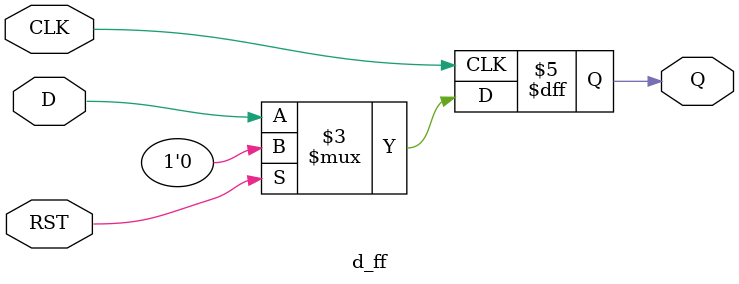
<source format=v>
`timescale 1ns / 1ps


module d_ff(input D,CLK,RST,output reg Q);
   
  always@(posedge CLK)
    begin
     if(RST)
       Q <= 0;
     else
       Q <= D;
	end
endmodule


</source>
